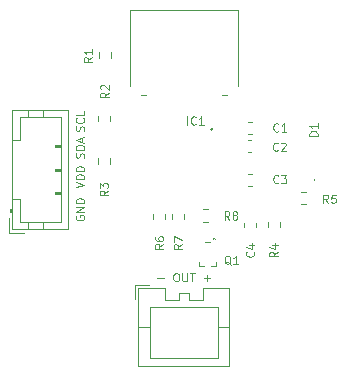
<source format=gbr>
%TF.GenerationSoftware,KiCad,Pcbnew,7.0.11-2.fc38*%
%TF.CreationDate,2024-03-11T20:51:48+00:00*%
%TF.ProjectId,tonie-charger-pd,746f6e69-652d-4636-9861-726765722d70,rev?*%
%TF.SameCoordinates,Original*%
%TF.FileFunction,Legend,Top*%
%TF.FilePolarity,Positive*%
%FSLAX46Y46*%
G04 Gerber Fmt 4.6, Leading zero omitted, Abs format (unit mm)*
G04 Created by KiCad (PCBNEW 7.0.11-2.fc38) date 2024-03-11 20:51:48*
%MOMM*%
%LPD*%
G01*
G04 APERTURE LIST*
%ADD10C,0.100000*%
G04 APERTURE END LIST*
D10*
X105882466Y-116840877D02*
X105849133Y-116907544D01*
X105849133Y-116907544D02*
X105849133Y-117007544D01*
X105849133Y-117007544D02*
X105882466Y-117107544D01*
X105882466Y-117107544D02*
X105949133Y-117174211D01*
X105949133Y-117174211D02*
X106015800Y-117207544D01*
X106015800Y-117207544D02*
X106149133Y-117240877D01*
X106149133Y-117240877D02*
X106249133Y-117240877D01*
X106249133Y-117240877D02*
X106382466Y-117207544D01*
X106382466Y-117207544D02*
X106449133Y-117174211D01*
X106449133Y-117174211D02*
X106515800Y-117107544D01*
X106515800Y-117107544D02*
X106549133Y-117007544D01*
X106549133Y-117007544D02*
X106549133Y-116940877D01*
X106549133Y-116940877D02*
X106515800Y-116840877D01*
X106515800Y-116840877D02*
X106482466Y-116807544D01*
X106482466Y-116807544D02*
X106249133Y-116807544D01*
X106249133Y-116807544D02*
X106249133Y-116940877D01*
X106549133Y-116507544D02*
X105849133Y-116507544D01*
X105849133Y-116507544D02*
X106549133Y-116107544D01*
X106549133Y-116107544D02*
X105849133Y-116107544D01*
X106549133Y-115774211D02*
X105849133Y-115774211D01*
X105849133Y-115774211D02*
X105849133Y-115607544D01*
X105849133Y-115607544D02*
X105882466Y-115507544D01*
X105882466Y-115507544D02*
X105949133Y-115440878D01*
X105949133Y-115440878D02*
X106015800Y-115407544D01*
X106015800Y-115407544D02*
X106149133Y-115374211D01*
X106149133Y-115374211D02*
X106249133Y-115374211D01*
X106249133Y-115374211D02*
X106382466Y-115407544D01*
X106382466Y-115407544D02*
X106449133Y-115440878D01*
X106449133Y-115440878D02*
X106515800Y-115507544D01*
X106515800Y-115507544D02*
X106549133Y-115607544D01*
X106549133Y-115607544D02*
X106549133Y-115774211D01*
X105849133Y-114437544D02*
X106549133Y-114204211D01*
X106549133Y-114204211D02*
X105849133Y-113970877D01*
X106549133Y-113737544D02*
X105849133Y-113737544D01*
X105849133Y-113737544D02*
X105849133Y-113570877D01*
X105849133Y-113570877D02*
X105882466Y-113470877D01*
X105882466Y-113470877D02*
X105949133Y-113404211D01*
X105949133Y-113404211D02*
X106015800Y-113370877D01*
X106015800Y-113370877D02*
X106149133Y-113337544D01*
X106149133Y-113337544D02*
X106249133Y-113337544D01*
X106249133Y-113337544D02*
X106382466Y-113370877D01*
X106382466Y-113370877D02*
X106449133Y-113404211D01*
X106449133Y-113404211D02*
X106515800Y-113470877D01*
X106515800Y-113470877D02*
X106549133Y-113570877D01*
X106549133Y-113570877D02*
X106549133Y-113737544D01*
X106549133Y-113037544D02*
X105849133Y-113037544D01*
X105849133Y-113037544D02*
X105849133Y-112870877D01*
X105849133Y-112870877D02*
X105882466Y-112770877D01*
X105882466Y-112770877D02*
X105949133Y-112704211D01*
X105949133Y-112704211D02*
X106015800Y-112670877D01*
X106015800Y-112670877D02*
X106149133Y-112637544D01*
X106149133Y-112637544D02*
X106249133Y-112637544D01*
X106249133Y-112637544D02*
X106382466Y-112670877D01*
X106382466Y-112670877D02*
X106449133Y-112704211D01*
X106449133Y-112704211D02*
X106515800Y-112770877D01*
X106515800Y-112770877D02*
X106549133Y-112870877D01*
X106549133Y-112870877D02*
X106549133Y-113037544D01*
X106515800Y-111940877D02*
X106549133Y-111840877D01*
X106549133Y-111840877D02*
X106549133Y-111674211D01*
X106549133Y-111674211D02*
X106515800Y-111607544D01*
X106515800Y-111607544D02*
X106482466Y-111574211D01*
X106482466Y-111574211D02*
X106415800Y-111540877D01*
X106415800Y-111540877D02*
X106349133Y-111540877D01*
X106349133Y-111540877D02*
X106282466Y-111574211D01*
X106282466Y-111574211D02*
X106249133Y-111607544D01*
X106249133Y-111607544D02*
X106215800Y-111674211D01*
X106215800Y-111674211D02*
X106182466Y-111807544D01*
X106182466Y-111807544D02*
X106149133Y-111874211D01*
X106149133Y-111874211D02*
X106115800Y-111907544D01*
X106115800Y-111907544D02*
X106049133Y-111940877D01*
X106049133Y-111940877D02*
X105982466Y-111940877D01*
X105982466Y-111940877D02*
X105915800Y-111907544D01*
X105915800Y-111907544D02*
X105882466Y-111874211D01*
X105882466Y-111874211D02*
X105849133Y-111807544D01*
X105849133Y-111807544D02*
X105849133Y-111640877D01*
X105849133Y-111640877D02*
X105882466Y-111540877D01*
X106549133Y-111240877D02*
X105849133Y-111240877D01*
X105849133Y-111240877D02*
X105849133Y-111074210D01*
X105849133Y-111074210D02*
X105882466Y-110974210D01*
X105882466Y-110974210D02*
X105949133Y-110907544D01*
X105949133Y-110907544D02*
X106015800Y-110874210D01*
X106015800Y-110874210D02*
X106149133Y-110840877D01*
X106149133Y-110840877D02*
X106249133Y-110840877D01*
X106249133Y-110840877D02*
X106382466Y-110874210D01*
X106382466Y-110874210D02*
X106449133Y-110907544D01*
X106449133Y-110907544D02*
X106515800Y-110974210D01*
X106515800Y-110974210D02*
X106549133Y-111074210D01*
X106549133Y-111074210D02*
X106549133Y-111240877D01*
X106349133Y-110574210D02*
X106349133Y-110240877D01*
X106549133Y-110640877D02*
X105849133Y-110407544D01*
X105849133Y-110407544D02*
X106549133Y-110174210D01*
X112752455Y-122132466D02*
X113285789Y-122132466D01*
X114285789Y-121699133D02*
X114419122Y-121699133D01*
X114419122Y-121699133D02*
X114485789Y-121732466D01*
X114485789Y-121732466D02*
X114552455Y-121799133D01*
X114552455Y-121799133D02*
X114585789Y-121932466D01*
X114585789Y-121932466D02*
X114585789Y-122165800D01*
X114585789Y-122165800D02*
X114552455Y-122299133D01*
X114552455Y-122299133D02*
X114485789Y-122365800D01*
X114485789Y-122365800D02*
X114419122Y-122399133D01*
X114419122Y-122399133D02*
X114285789Y-122399133D01*
X114285789Y-122399133D02*
X114219122Y-122365800D01*
X114219122Y-122365800D02*
X114152455Y-122299133D01*
X114152455Y-122299133D02*
X114119122Y-122165800D01*
X114119122Y-122165800D02*
X114119122Y-121932466D01*
X114119122Y-121932466D02*
X114152455Y-121799133D01*
X114152455Y-121799133D02*
X114219122Y-121732466D01*
X114219122Y-121732466D02*
X114285789Y-121699133D01*
X114885788Y-121699133D02*
X114885788Y-122265800D01*
X114885788Y-122265800D02*
X114919122Y-122332466D01*
X114919122Y-122332466D02*
X114952455Y-122365800D01*
X114952455Y-122365800D02*
X115019122Y-122399133D01*
X115019122Y-122399133D02*
X115152455Y-122399133D01*
X115152455Y-122399133D02*
X115219122Y-122365800D01*
X115219122Y-122365800D02*
X115252455Y-122332466D01*
X115252455Y-122332466D02*
X115285788Y-122265800D01*
X115285788Y-122265800D02*
X115285788Y-121699133D01*
X115519121Y-121699133D02*
X115919121Y-121699133D01*
X115719121Y-122399133D02*
X115719121Y-121699133D01*
X116685787Y-122132466D02*
X117219121Y-122132466D01*
X116952454Y-122399133D02*
X116952454Y-121865800D01*
X106515800Y-109670877D02*
X106549133Y-109570877D01*
X106549133Y-109570877D02*
X106549133Y-109404211D01*
X106549133Y-109404211D02*
X106515800Y-109337544D01*
X106515800Y-109337544D02*
X106482466Y-109304211D01*
X106482466Y-109304211D02*
X106415800Y-109270877D01*
X106415800Y-109270877D02*
X106349133Y-109270877D01*
X106349133Y-109270877D02*
X106282466Y-109304211D01*
X106282466Y-109304211D02*
X106249133Y-109337544D01*
X106249133Y-109337544D02*
X106215800Y-109404211D01*
X106215800Y-109404211D02*
X106182466Y-109537544D01*
X106182466Y-109537544D02*
X106149133Y-109604211D01*
X106149133Y-109604211D02*
X106115800Y-109637544D01*
X106115800Y-109637544D02*
X106049133Y-109670877D01*
X106049133Y-109670877D02*
X105982466Y-109670877D01*
X105982466Y-109670877D02*
X105915800Y-109637544D01*
X105915800Y-109637544D02*
X105882466Y-109604211D01*
X105882466Y-109604211D02*
X105849133Y-109537544D01*
X105849133Y-109537544D02*
X105849133Y-109370877D01*
X105849133Y-109370877D02*
X105882466Y-109270877D01*
X106482466Y-108570877D02*
X106515800Y-108604210D01*
X106515800Y-108604210D02*
X106549133Y-108704210D01*
X106549133Y-108704210D02*
X106549133Y-108770877D01*
X106549133Y-108770877D02*
X106515800Y-108870877D01*
X106515800Y-108870877D02*
X106449133Y-108937544D01*
X106449133Y-108937544D02*
X106382466Y-108970877D01*
X106382466Y-108970877D02*
X106249133Y-109004210D01*
X106249133Y-109004210D02*
X106149133Y-109004210D01*
X106149133Y-109004210D02*
X106015800Y-108970877D01*
X106015800Y-108970877D02*
X105949133Y-108937544D01*
X105949133Y-108937544D02*
X105882466Y-108870877D01*
X105882466Y-108870877D02*
X105849133Y-108770877D01*
X105849133Y-108770877D02*
X105849133Y-108704210D01*
X105849133Y-108704210D02*
X105882466Y-108604210D01*
X105882466Y-108604210D02*
X105915800Y-108570877D01*
X106549133Y-107937544D02*
X106549133Y-108270877D01*
X106549133Y-108270877D02*
X105849133Y-108270877D01*
X118963333Y-120975300D02*
X118896666Y-120941966D01*
X118896666Y-120941966D02*
X118830000Y-120875300D01*
X118830000Y-120875300D02*
X118730000Y-120775300D01*
X118730000Y-120775300D02*
X118663333Y-120741966D01*
X118663333Y-120741966D02*
X118596666Y-120741966D01*
X118630000Y-120908633D02*
X118563333Y-120875300D01*
X118563333Y-120875300D02*
X118496666Y-120808633D01*
X118496666Y-120808633D02*
X118463333Y-120675300D01*
X118463333Y-120675300D02*
X118463333Y-120441966D01*
X118463333Y-120441966D02*
X118496666Y-120308633D01*
X118496666Y-120308633D02*
X118563333Y-120241966D01*
X118563333Y-120241966D02*
X118630000Y-120208633D01*
X118630000Y-120208633D02*
X118763333Y-120208633D01*
X118763333Y-120208633D02*
X118830000Y-120241966D01*
X118830000Y-120241966D02*
X118896666Y-120308633D01*
X118896666Y-120308633D02*
X118930000Y-120441966D01*
X118930000Y-120441966D02*
X118930000Y-120675300D01*
X118930000Y-120675300D02*
X118896666Y-120808633D01*
X118896666Y-120808633D02*
X118830000Y-120875300D01*
X118830000Y-120875300D02*
X118763333Y-120908633D01*
X118763333Y-120908633D02*
X118630000Y-120908633D01*
X119596666Y-120908633D02*
X119196666Y-120908633D01*
X119396666Y-120908633D02*
X119396666Y-120208633D01*
X119396666Y-120208633D02*
X119329999Y-120308633D01*
X119329999Y-120308633D02*
X119263333Y-120375300D01*
X119263333Y-120375300D02*
X119196666Y-120408633D01*
X107218633Y-103426666D02*
X106885300Y-103659999D01*
X107218633Y-103826666D02*
X106518633Y-103826666D01*
X106518633Y-103826666D02*
X106518633Y-103559999D01*
X106518633Y-103559999D02*
X106551966Y-103493333D01*
X106551966Y-103493333D02*
X106585300Y-103459999D01*
X106585300Y-103459999D02*
X106651966Y-103426666D01*
X106651966Y-103426666D02*
X106751966Y-103426666D01*
X106751966Y-103426666D02*
X106818633Y-103459999D01*
X106818633Y-103459999D02*
X106851966Y-103493333D01*
X106851966Y-103493333D02*
X106885300Y-103559999D01*
X106885300Y-103559999D02*
X106885300Y-103826666D01*
X107218633Y-102759999D02*
X107218633Y-103159999D01*
X107218633Y-102959999D02*
X106518633Y-102959999D01*
X106518633Y-102959999D02*
X106618633Y-103026666D01*
X106618633Y-103026666D02*
X106685300Y-103093333D01*
X106685300Y-103093333D02*
X106718633Y-103159999D01*
X118853333Y-117168633D02*
X118620000Y-116835300D01*
X118453333Y-117168633D02*
X118453333Y-116468633D01*
X118453333Y-116468633D02*
X118720000Y-116468633D01*
X118720000Y-116468633D02*
X118786667Y-116501966D01*
X118786667Y-116501966D02*
X118820000Y-116535300D01*
X118820000Y-116535300D02*
X118853333Y-116601966D01*
X118853333Y-116601966D02*
X118853333Y-116701966D01*
X118853333Y-116701966D02*
X118820000Y-116768633D01*
X118820000Y-116768633D02*
X118786667Y-116801966D01*
X118786667Y-116801966D02*
X118720000Y-116835300D01*
X118720000Y-116835300D02*
X118453333Y-116835300D01*
X119253333Y-116768633D02*
X119186667Y-116735300D01*
X119186667Y-116735300D02*
X119153333Y-116701966D01*
X119153333Y-116701966D02*
X119120000Y-116635300D01*
X119120000Y-116635300D02*
X119120000Y-116601966D01*
X119120000Y-116601966D02*
X119153333Y-116535300D01*
X119153333Y-116535300D02*
X119186667Y-116501966D01*
X119186667Y-116501966D02*
X119253333Y-116468633D01*
X119253333Y-116468633D02*
X119386667Y-116468633D01*
X119386667Y-116468633D02*
X119453333Y-116501966D01*
X119453333Y-116501966D02*
X119486667Y-116535300D01*
X119486667Y-116535300D02*
X119520000Y-116601966D01*
X119520000Y-116601966D02*
X119520000Y-116635300D01*
X119520000Y-116635300D02*
X119486667Y-116701966D01*
X119486667Y-116701966D02*
X119453333Y-116735300D01*
X119453333Y-116735300D02*
X119386667Y-116768633D01*
X119386667Y-116768633D02*
X119253333Y-116768633D01*
X119253333Y-116768633D02*
X119186667Y-116801966D01*
X119186667Y-116801966D02*
X119153333Y-116835300D01*
X119153333Y-116835300D02*
X119120000Y-116901966D01*
X119120000Y-116901966D02*
X119120000Y-117035300D01*
X119120000Y-117035300D02*
X119153333Y-117101966D01*
X119153333Y-117101966D02*
X119186667Y-117135300D01*
X119186667Y-117135300D02*
X119253333Y-117168633D01*
X119253333Y-117168633D02*
X119386667Y-117168633D01*
X119386667Y-117168633D02*
X119453333Y-117135300D01*
X119453333Y-117135300D02*
X119486667Y-117101966D01*
X119486667Y-117101966D02*
X119520000Y-117035300D01*
X119520000Y-117035300D02*
X119520000Y-116901966D01*
X119520000Y-116901966D02*
X119486667Y-116835300D01*
X119486667Y-116835300D02*
X119453333Y-116801966D01*
X119453333Y-116801966D02*
X119386667Y-116768633D01*
X114838633Y-119256666D02*
X114505300Y-119489999D01*
X114838633Y-119656666D02*
X114138633Y-119656666D01*
X114138633Y-119656666D02*
X114138633Y-119389999D01*
X114138633Y-119389999D02*
X114171966Y-119323333D01*
X114171966Y-119323333D02*
X114205300Y-119289999D01*
X114205300Y-119289999D02*
X114271966Y-119256666D01*
X114271966Y-119256666D02*
X114371966Y-119256666D01*
X114371966Y-119256666D02*
X114438633Y-119289999D01*
X114438633Y-119289999D02*
X114471966Y-119323333D01*
X114471966Y-119323333D02*
X114505300Y-119389999D01*
X114505300Y-119389999D02*
X114505300Y-119656666D01*
X114138633Y-119023333D02*
X114138633Y-118556666D01*
X114138633Y-118556666D02*
X114838633Y-118856666D01*
X113258633Y-119236666D02*
X112925300Y-119469999D01*
X113258633Y-119636666D02*
X112558633Y-119636666D01*
X112558633Y-119636666D02*
X112558633Y-119369999D01*
X112558633Y-119369999D02*
X112591966Y-119303333D01*
X112591966Y-119303333D02*
X112625300Y-119269999D01*
X112625300Y-119269999D02*
X112691966Y-119236666D01*
X112691966Y-119236666D02*
X112791966Y-119236666D01*
X112791966Y-119236666D02*
X112858633Y-119269999D01*
X112858633Y-119269999D02*
X112891966Y-119303333D01*
X112891966Y-119303333D02*
X112925300Y-119369999D01*
X112925300Y-119369999D02*
X112925300Y-119636666D01*
X112558633Y-118636666D02*
X112558633Y-118769999D01*
X112558633Y-118769999D02*
X112591966Y-118836666D01*
X112591966Y-118836666D02*
X112625300Y-118869999D01*
X112625300Y-118869999D02*
X112725300Y-118936666D01*
X112725300Y-118936666D02*
X112858633Y-118969999D01*
X112858633Y-118969999D02*
X113125300Y-118969999D01*
X113125300Y-118969999D02*
X113191966Y-118936666D01*
X113191966Y-118936666D02*
X113225300Y-118903333D01*
X113225300Y-118903333D02*
X113258633Y-118836666D01*
X113258633Y-118836666D02*
X113258633Y-118703333D01*
X113258633Y-118703333D02*
X113225300Y-118636666D01*
X113225300Y-118636666D02*
X113191966Y-118603333D01*
X113191966Y-118603333D02*
X113125300Y-118569999D01*
X113125300Y-118569999D02*
X112958633Y-118569999D01*
X112958633Y-118569999D02*
X112891966Y-118603333D01*
X112891966Y-118603333D02*
X112858633Y-118636666D01*
X112858633Y-118636666D02*
X112825300Y-118703333D01*
X112825300Y-118703333D02*
X112825300Y-118836666D01*
X112825300Y-118836666D02*
X112858633Y-118903333D01*
X112858633Y-118903333D02*
X112891966Y-118936666D01*
X112891966Y-118936666D02*
X112958633Y-118969999D01*
X127213333Y-115748633D02*
X126980000Y-115415300D01*
X126813333Y-115748633D02*
X126813333Y-115048633D01*
X126813333Y-115048633D02*
X127080000Y-115048633D01*
X127080000Y-115048633D02*
X127146667Y-115081966D01*
X127146667Y-115081966D02*
X127180000Y-115115300D01*
X127180000Y-115115300D02*
X127213333Y-115181966D01*
X127213333Y-115181966D02*
X127213333Y-115281966D01*
X127213333Y-115281966D02*
X127180000Y-115348633D01*
X127180000Y-115348633D02*
X127146667Y-115381966D01*
X127146667Y-115381966D02*
X127080000Y-115415300D01*
X127080000Y-115415300D02*
X126813333Y-115415300D01*
X127846667Y-115048633D02*
X127513333Y-115048633D01*
X127513333Y-115048633D02*
X127480000Y-115381966D01*
X127480000Y-115381966D02*
X127513333Y-115348633D01*
X127513333Y-115348633D02*
X127580000Y-115315300D01*
X127580000Y-115315300D02*
X127746667Y-115315300D01*
X127746667Y-115315300D02*
X127813333Y-115348633D01*
X127813333Y-115348633D02*
X127846667Y-115381966D01*
X127846667Y-115381966D02*
X127880000Y-115448633D01*
X127880000Y-115448633D02*
X127880000Y-115615300D01*
X127880000Y-115615300D02*
X127846667Y-115681966D01*
X127846667Y-115681966D02*
X127813333Y-115715300D01*
X127813333Y-115715300D02*
X127746667Y-115748633D01*
X127746667Y-115748633D02*
X127580000Y-115748633D01*
X127580000Y-115748633D02*
X127513333Y-115715300D01*
X127513333Y-115715300D02*
X127480000Y-115681966D01*
X122948633Y-119886666D02*
X122615300Y-120119999D01*
X122948633Y-120286666D02*
X122248633Y-120286666D01*
X122248633Y-120286666D02*
X122248633Y-120019999D01*
X122248633Y-120019999D02*
X122281966Y-119953333D01*
X122281966Y-119953333D02*
X122315300Y-119919999D01*
X122315300Y-119919999D02*
X122381966Y-119886666D01*
X122381966Y-119886666D02*
X122481966Y-119886666D01*
X122481966Y-119886666D02*
X122548633Y-119919999D01*
X122548633Y-119919999D02*
X122581966Y-119953333D01*
X122581966Y-119953333D02*
X122615300Y-120019999D01*
X122615300Y-120019999D02*
X122615300Y-120286666D01*
X122481966Y-119286666D02*
X122948633Y-119286666D01*
X122215300Y-119453333D02*
X122715300Y-119619999D01*
X122715300Y-119619999D02*
X122715300Y-119186666D01*
X108568633Y-114716666D02*
X108235300Y-114949999D01*
X108568633Y-115116666D02*
X107868633Y-115116666D01*
X107868633Y-115116666D02*
X107868633Y-114849999D01*
X107868633Y-114849999D02*
X107901966Y-114783333D01*
X107901966Y-114783333D02*
X107935300Y-114749999D01*
X107935300Y-114749999D02*
X108001966Y-114716666D01*
X108001966Y-114716666D02*
X108101966Y-114716666D01*
X108101966Y-114716666D02*
X108168633Y-114749999D01*
X108168633Y-114749999D02*
X108201966Y-114783333D01*
X108201966Y-114783333D02*
X108235300Y-114849999D01*
X108235300Y-114849999D02*
X108235300Y-115116666D01*
X107868633Y-114483333D02*
X107868633Y-114049999D01*
X107868633Y-114049999D02*
X108135300Y-114283333D01*
X108135300Y-114283333D02*
X108135300Y-114183333D01*
X108135300Y-114183333D02*
X108168633Y-114116666D01*
X108168633Y-114116666D02*
X108201966Y-114083333D01*
X108201966Y-114083333D02*
X108268633Y-114049999D01*
X108268633Y-114049999D02*
X108435300Y-114049999D01*
X108435300Y-114049999D02*
X108501966Y-114083333D01*
X108501966Y-114083333D02*
X108535300Y-114116666D01*
X108535300Y-114116666D02*
X108568633Y-114183333D01*
X108568633Y-114183333D02*
X108568633Y-114383333D01*
X108568633Y-114383333D02*
X108535300Y-114449999D01*
X108535300Y-114449999D02*
X108501966Y-114483333D01*
X108628633Y-106416666D02*
X108295300Y-106649999D01*
X108628633Y-106816666D02*
X107928633Y-106816666D01*
X107928633Y-106816666D02*
X107928633Y-106549999D01*
X107928633Y-106549999D02*
X107961966Y-106483333D01*
X107961966Y-106483333D02*
X107995300Y-106449999D01*
X107995300Y-106449999D02*
X108061966Y-106416666D01*
X108061966Y-106416666D02*
X108161966Y-106416666D01*
X108161966Y-106416666D02*
X108228633Y-106449999D01*
X108228633Y-106449999D02*
X108261966Y-106483333D01*
X108261966Y-106483333D02*
X108295300Y-106549999D01*
X108295300Y-106549999D02*
X108295300Y-106816666D01*
X107995300Y-106149999D02*
X107961966Y-106116666D01*
X107961966Y-106116666D02*
X107928633Y-106049999D01*
X107928633Y-106049999D02*
X107928633Y-105883333D01*
X107928633Y-105883333D02*
X107961966Y-105816666D01*
X107961966Y-105816666D02*
X107995300Y-105783333D01*
X107995300Y-105783333D02*
X108061966Y-105749999D01*
X108061966Y-105749999D02*
X108128633Y-105749999D01*
X108128633Y-105749999D02*
X108228633Y-105783333D01*
X108228633Y-105783333D02*
X108628633Y-106183333D01*
X108628633Y-106183333D02*
X108628633Y-105749999D01*
X115286666Y-109128633D02*
X115286666Y-108428633D01*
X116019999Y-109061966D02*
X115986666Y-109095300D01*
X115986666Y-109095300D02*
X115886666Y-109128633D01*
X115886666Y-109128633D02*
X115819999Y-109128633D01*
X115819999Y-109128633D02*
X115719999Y-109095300D01*
X115719999Y-109095300D02*
X115653333Y-109028633D01*
X115653333Y-109028633D02*
X115619999Y-108961966D01*
X115619999Y-108961966D02*
X115586666Y-108828633D01*
X115586666Y-108828633D02*
X115586666Y-108728633D01*
X115586666Y-108728633D02*
X115619999Y-108595300D01*
X115619999Y-108595300D02*
X115653333Y-108528633D01*
X115653333Y-108528633D02*
X115719999Y-108461966D01*
X115719999Y-108461966D02*
X115819999Y-108428633D01*
X115819999Y-108428633D02*
X115886666Y-108428633D01*
X115886666Y-108428633D02*
X115986666Y-108461966D01*
X115986666Y-108461966D02*
X116019999Y-108495300D01*
X116686666Y-109128633D02*
X116286666Y-109128633D01*
X116486666Y-109128633D02*
X116486666Y-108428633D01*
X116486666Y-108428633D02*
X116419999Y-108528633D01*
X116419999Y-108528633D02*
X116353333Y-108595300D01*
X116353333Y-108595300D02*
X116286666Y-108628633D01*
X126328633Y-110066666D02*
X125628633Y-110066666D01*
X125628633Y-110066666D02*
X125628633Y-109899999D01*
X125628633Y-109899999D02*
X125661966Y-109799999D01*
X125661966Y-109799999D02*
X125728633Y-109733333D01*
X125728633Y-109733333D02*
X125795300Y-109699999D01*
X125795300Y-109699999D02*
X125928633Y-109666666D01*
X125928633Y-109666666D02*
X126028633Y-109666666D01*
X126028633Y-109666666D02*
X126161966Y-109699999D01*
X126161966Y-109699999D02*
X126228633Y-109733333D01*
X126228633Y-109733333D02*
X126295300Y-109799999D01*
X126295300Y-109799999D02*
X126328633Y-109899999D01*
X126328633Y-109899999D02*
X126328633Y-110066666D01*
X126328633Y-108999999D02*
X126328633Y-109399999D01*
X126328633Y-109199999D02*
X125628633Y-109199999D01*
X125628633Y-109199999D02*
X125728633Y-109266666D01*
X125728633Y-109266666D02*
X125795300Y-109333333D01*
X125795300Y-109333333D02*
X125828633Y-109399999D01*
X120901966Y-119886666D02*
X120935300Y-119919999D01*
X120935300Y-119919999D02*
X120968633Y-120019999D01*
X120968633Y-120019999D02*
X120968633Y-120086666D01*
X120968633Y-120086666D02*
X120935300Y-120186666D01*
X120935300Y-120186666D02*
X120868633Y-120253333D01*
X120868633Y-120253333D02*
X120801966Y-120286666D01*
X120801966Y-120286666D02*
X120668633Y-120319999D01*
X120668633Y-120319999D02*
X120568633Y-120319999D01*
X120568633Y-120319999D02*
X120435300Y-120286666D01*
X120435300Y-120286666D02*
X120368633Y-120253333D01*
X120368633Y-120253333D02*
X120301966Y-120186666D01*
X120301966Y-120186666D02*
X120268633Y-120086666D01*
X120268633Y-120086666D02*
X120268633Y-120019999D01*
X120268633Y-120019999D02*
X120301966Y-119919999D01*
X120301966Y-119919999D02*
X120335300Y-119886666D01*
X120501966Y-119286666D02*
X120968633Y-119286666D01*
X120235300Y-119453333D02*
X120735300Y-119619999D01*
X120735300Y-119619999D02*
X120735300Y-119186666D01*
X123013333Y-114031966D02*
X122980000Y-114065300D01*
X122980000Y-114065300D02*
X122880000Y-114098633D01*
X122880000Y-114098633D02*
X122813333Y-114098633D01*
X122813333Y-114098633D02*
X122713333Y-114065300D01*
X122713333Y-114065300D02*
X122646667Y-113998633D01*
X122646667Y-113998633D02*
X122613333Y-113931966D01*
X122613333Y-113931966D02*
X122580000Y-113798633D01*
X122580000Y-113798633D02*
X122580000Y-113698633D01*
X122580000Y-113698633D02*
X122613333Y-113565300D01*
X122613333Y-113565300D02*
X122646667Y-113498633D01*
X122646667Y-113498633D02*
X122713333Y-113431966D01*
X122713333Y-113431966D02*
X122813333Y-113398633D01*
X122813333Y-113398633D02*
X122880000Y-113398633D01*
X122880000Y-113398633D02*
X122980000Y-113431966D01*
X122980000Y-113431966D02*
X123013333Y-113465300D01*
X123246667Y-113398633D02*
X123680000Y-113398633D01*
X123680000Y-113398633D02*
X123446667Y-113665300D01*
X123446667Y-113665300D02*
X123546667Y-113665300D01*
X123546667Y-113665300D02*
X123613333Y-113698633D01*
X123613333Y-113698633D02*
X123646667Y-113731966D01*
X123646667Y-113731966D02*
X123680000Y-113798633D01*
X123680000Y-113798633D02*
X123680000Y-113965300D01*
X123680000Y-113965300D02*
X123646667Y-114031966D01*
X123646667Y-114031966D02*
X123613333Y-114065300D01*
X123613333Y-114065300D02*
X123546667Y-114098633D01*
X123546667Y-114098633D02*
X123346667Y-114098633D01*
X123346667Y-114098633D02*
X123280000Y-114065300D01*
X123280000Y-114065300D02*
X123246667Y-114031966D01*
X122973333Y-111281966D02*
X122940000Y-111315300D01*
X122940000Y-111315300D02*
X122840000Y-111348633D01*
X122840000Y-111348633D02*
X122773333Y-111348633D01*
X122773333Y-111348633D02*
X122673333Y-111315300D01*
X122673333Y-111315300D02*
X122606667Y-111248633D01*
X122606667Y-111248633D02*
X122573333Y-111181966D01*
X122573333Y-111181966D02*
X122540000Y-111048633D01*
X122540000Y-111048633D02*
X122540000Y-110948633D01*
X122540000Y-110948633D02*
X122573333Y-110815300D01*
X122573333Y-110815300D02*
X122606667Y-110748633D01*
X122606667Y-110748633D02*
X122673333Y-110681966D01*
X122673333Y-110681966D02*
X122773333Y-110648633D01*
X122773333Y-110648633D02*
X122840000Y-110648633D01*
X122840000Y-110648633D02*
X122940000Y-110681966D01*
X122940000Y-110681966D02*
X122973333Y-110715300D01*
X123240000Y-110715300D02*
X123273333Y-110681966D01*
X123273333Y-110681966D02*
X123340000Y-110648633D01*
X123340000Y-110648633D02*
X123506667Y-110648633D01*
X123506667Y-110648633D02*
X123573333Y-110681966D01*
X123573333Y-110681966D02*
X123606667Y-110715300D01*
X123606667Y-110715300D02*
X123640000Y-110781966D01*
X123640000Y-110781966D02*
X123640000Y-110848633D01*
X123640000Y-110848633D02*
X123606667Y-110948633D01*
X123606667Y-110948633D02*
X123206667Y-111348633D01*
X123206667Y-111348633D02*
X123640000Y-111348633D01*
X123008333Y-109641966D02*
X122975000Y-109675300D01*
X122975000Y-109675300D02*
X122875000Y-109708633D01*
X122875000Y-109708633D02*
X122808333Y-109708633D01*
X122808333Y-109708633D02*
X122708333Y-109675300D01*
X122708333Y-109675300D02*
X122641667Y-109608633D01*
X122641667Y-109608633D02*
X122608333Y-109541966D01*
X122608333Y-109541966D02*
X122575000Y-109408633D01*
X122575000Y-109408633D02*
X122575000Y-109308633D01*
X122575000Y-109308633D02*
X122608333Y-109175300D01*
X122608333Y-109175300D02*
X122641667Y-109108633D01*
X122641667Y-109108633D02*
X122708333Y-109041966D01*
X122708333Y-109041966D02*
X122808333Y-109008633D01*
X122808333Y-109008633D02*
X122875000Y-109008633D01*
X122875000Y-109008633D02*
X122975000Y-109041966D01*
X122975000Y-109041966D02*
X123008333Y-109075300D01*
X123675000Y-109708633D02*
X123275000Y-109708633D01*
X123475000Y-109708633D02*
X123475000Y-109008633D01*
X123475000Y-109008633D02*
X123408333Y-109108633D01*
X123408333Y-109108633D02*
X123341667Y-109175300D01*
X123341667Y-109175300D02*
X123275000Y-109208633D01*
%TO.C,Q1*%
X117310000Y-121090000D02*
X117760000Y-121090000D01*
X117760000Y-121090000D02*
X117760000Y-120790000D01*
X116710000Y-121090000D02*
X116260000Y-121090000D01*
X116260000Y-121090000D02*
X116260000Y-120790000D01*
X117210000Y-119090000D02*
X116810000Y-119090000D01*
X117610000Y-118790000D02*
X117610000Y-118790000D01*
X117510000Y-118790000D02*
X117510000Y-118790000D01*
X117510000Y-118790000D02*
G75*
G03*
X117610000Y-118790000I50000J0D01*
G01*
X117610000Y-118790000D02*
G75*
G03*
X117510000Y-118790000I-50000J0D01*
G01*
%TO.C,J1*%
X118239135Y-106606994D02*
X118617651Y-106606994D01*
X119597400Y-105822366D02*
X119597400Y-99393394D01*
X111382349Y-106606994D02*
X111760865Y-106606994D01*
X110402600Y-99393394D02*
X110402600Y-105822366D01*
X119597400Y-99393394D02*
X110402600Y-99393394D01*
%TO.C,R1*%
X107787500Y-102982742D02*
X107787500Y-103457258D01*
X108832500Y-102982742D02*
X108832500Y-103457258D01*
%TO.C,R8*%
X116587742Y-117352500D02*
X117062258Y-117352500D01*
X116587742Y-116307500D02*
X117062258Y-116307500D01*
%TO.C,R7*%
X115027500Y-117157258D02*
X115027500Y-116682742D01*
X113982500Y-117157258D02*
X113982500Y-116682742D01*
%TO.C,R6*%
X113392500Y-117157258D02*
X113392500Y-116682742D01*
X112347500Y-117157258D02*
X112347500Y-116682742D01*
%TO.C,R5*%
X125382258Y-114817500D02*
X124907742Y-114817500D01*
X125382258Y-115862500D02*
X124907742Y-115862500D01*
%TO.C,R4*%
X122107500Y-117337742D02*
X122107500Y-117812258D01*
X123152500Y-117337742D02*
X123152500Y-117812258D01*
%TO.C,R3*%
X107727500Y-111982742D02*
X107727500Y-112457258D01*
X108772500Y-111982742D02*
X108772500Y-112457258D01*
%TO.C,R2*%
X107727500Y-108362742D02*
X107727500Y-108837258D01*
X108772500Y-108362742D02*
X108772500Y-108837258D01*
%TO.C,J3*%
X118860000Y-129600000D02*
X118860000Y-122980000D01*
X116600000Y-123980000D02*
X115400000Y-123980000D01*
X115400000Y-123980000D02*
X115400000Y-123380000D01*
X118860000Y-126290000D02*
X117850000Y-126290000D01*
X111140000Y-126290000D02*
X112150000Y-126290000D01*
X112090000Y-122680000D02*
X110840000Y-122680000D01*
X113400000Y-122980000D02*
X111140000Y-122980000D01*
X118860000Y-122980000D02*
X116600000Y-122980000D01*
X117850000Y-124590000D02*
X112150000Y-124590000D01*
X111140000Y-129600000D02*
X118860000Y-129600000D01*
X116600000Y-122980000D02*
X116600000Y-123980000D01*
X111140000Y-122980000D02*
X111140000Y-129600000D01*
X115400000Y-123380000D02*
X114600000Y-123380000D01*
X113400000Y-123980000D02*
X113400000Y-122980000D01*
X112150000Y-124590000D02*
X112150000Y-128890000D01*
X112150000Y-128890000D02*
X117850000Y-128890000D01*
X110840000Y-122680000D02*
X110840000Y-123930000D01*
X114600000Y-123380000D02*
X114600000Y-123980000D01*
X114600000Y-123980000D02*
X113400000Y-123980000D01*
X117850000Y-128890000D02*
X117850000Y-124590000D01*
%TO.C,J2*%
X101090000Y-110440000D02*
X100480000Y-110440000D01*
X104090000Y-112840000D02*
X104590000Y-112840000D01*
X100480000Y-115440000D02*
X101090000Y-115440000D01*
X100180000Y-118300000D02*
X101430000Y-118300000D01*
X104590000Y-117390000D02*
X104590000Y-108490000D01*
X100280000Y-116240000D02*
X100280000Y-116540000D01*
X103090000Y-107880000D02*
X103090000Y-108490000D01*
X104590000Y-113040000D02*
X104090000Y-113040000D01*
X104590000Y-112940000D02*
X104090000Y-112940000D01*
X104090000Y-111040000D02*
X104090000Y-110840000D01*
X100180000Y-117050000D02*
X100180000Y-118300000D01*
X103090000Y-118000000D02*
X103090000Y-117390000D01*
X100480000Y-107880000D02*
X100480000Y-118000000D01*
X100480000Y-118000000D02*
X105200000Y-118000000D01*
X101090000Y-117390000D02*
X104590000Y-117390000D01*
X104090000Y-113040000D02*
X104090000Y-112840000D01*
X104090000Y-114840000D02*
X104590000Y-114840000D01*
X100280000Y-116540000D02*
X100480000Y-116540000D01*
X105200000Y-118000000D02*
X105200000Y-107880000D01*
X101790000Y-118000000D02*
X101790000Y-117390000D01*
X100380000Y-116240000D02*
X100380000Y-116540000D01*
X104590000Y-111040000D02*
X104090000Y-111040000D01*
X104090000Y-110840000D02*
X104590000Y-110840000D01*
X104590000Y-114940000D02*
X104090000Y-114940000D01*
X101090000Y-115440000D02*
X101090000Y-117390000D01*
X104590000Y-108490000D02*
X101090000Y-108490000D01*
X104590000Y-115040000D02*
X104090000Y-115040000D01*
X101090000Y-108490000D02*
X101090000Y-110440000D01*
X105200000Y-107880000D02*
X100480000Y-107880000D01*
X104590000Y-110940000D02*
X104090000Y-110940000D01*
X101790000Y-107880000D02*
X101790000Y-108490000D01*
X104090000Y-115040000D02*
X104090000Y-114840000D01*
X100480000Y-116240000D02*
X100280000Y-116240000D01*
%TO.C,IC1*%
X117505000Y-109500000D02*
G75*
G03*
X117255000Y-109500000I-125000J0D01*
G01*
X117255000Y-109500000D02*
G75*
G03*
X117505000Y-109500000I125000J0D01*
G01*
%TO.C,D1*%
X126020000Y-113705000D02*
X126020000Y-113705000D01*
X126020000Y-113805000D02*
X126020000Y-113805000D01*
X126020000Y-113705000D02*
G75*
G03*
X126020000Y-113805000I0J-50000D01*
G01*
X126020000Y-113805000D02*
G75*
G03*
X126020000Y-113705000I0J50000D01*
G01*
%TO.C,C4*%
X121080000Y-117755580D02*
X121080000Y-117474420D01*
X120060000Y-117755580D02*
X120060000Y-117474420D01*
%TO.C,C3*%
X120735580Y-113270000D02*
X120454420Y-113270000D01*
X120735580Y-114290000D02*
X120454420Y-114290000D01*
%TO.C,C2*%
X120715580Y-110460000D02*
X120434420Y-110460000D01*
X120715580Y-111480000D02*
X120434420Y-111480000D01*
%TO.C,C1*%
X120449420Y-109960000D02*
X120730580Y-109960000D01*
X120449420Y-108940000D02*
X120730580Y-108940000D01*
%TD*%
M02*

</source>
